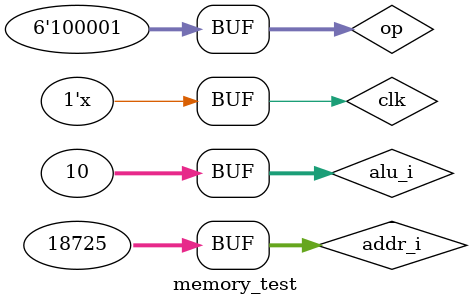
<source format=v>
`timescale 1ns / 1ps


module memory_test();

reg clk;

initial
begin
    clk = 0; 
end

always
begin
    #10 clk<=~clk;
end

reg [5:0]op;
reg [31:0]alu_i;
reg [31:0]addr_i;

initial
begin
	op = 6'b10_0001;
	alu_i = 32'h0000_000a;
	addr_i = 32'h0000_4925;
end	

wire [31:0]write_o;

memory memory_test(clk,op,alu_i,addr_i,write_o);

endmodule

</source>
